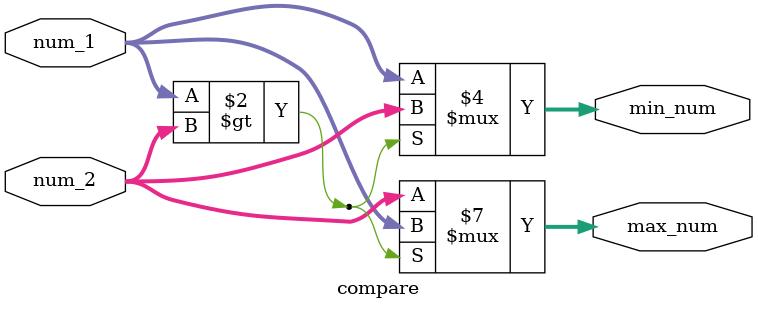
<source format=v>
module CC(
	in_n0,
	in_n1, 
	in_n2, 
	in_n3, 
	opt,
	out_n
);

input wire signed [3:0] in_n0, in_n1, in_n2, in_n3;
input wire [2:0] opt;
output reg signed [8:0] out_n;

reg signed [5:0] n0, n1, n2, n3;				// Input for RM stage, using 6-bit to avoid over flow
reg signed [8:0] ar_n0, ar_n1, ar_n2, ar_n3;	// Input for AR stage, using 8-bit to avoid over flow 		

wire signed [3:0] sort_n0, sort_n1, sort_n2, sort_n3; // Result after Sort Stage, n0>>>n3
wire signed [5:0] rm_n0, rm_n1, rm_n2, rm_n3;	// Result after RM stage, using 6-bit to avoid over flowm


Sort sort_0(
	in_n0, in_n1, in_n2, in_n3, 
	sort_n0, sort_n1, sort_n2,sort_n3	
);

Reduce_mean rm_0(
	n0, n1, n2, n3,
	rm_n0, rm_n1, rm_n2, rm_n3
);


// Select sorting output
always @(*) begin
	case (opt[0])
		1'b0: begin
			n0 <= in_n0;
			n1 <= in_n1;
			n2 <= in_n2;
			n3 <= in_n3;
		end
		1'b1: begin
			n0 <= sort_n0;
			n1 <= sort_n1;
			n2 <= sort_n2;
			n3 <= sort_n3;			
		end
	endcase
end

// Select reduce mean
always @(*) begin
	case (opt[1])
		1'b0: begin
			ar_n0 <= n0;
			ar_n1 <= n1;
			ar_n2 <= n2;
			ar_n3 <= n3;	
		end
		1'b1: begin
			ar_n0 <= rm_n0;
			ar_n1 <= rm_n1;
			ar_n2 <= rm_n2;
			ar_n3 <= rm_n3;				
		end
	endcase
end

// Select arithmatic op
always @(*) begin
	case (opt[2])
		1'b0: begin
			out_n = (ar_n3 + ar_n2) * ar_n1;
		end
		1'b1: begin
			out_n = (2 * ar_n1 * ar_n0) + ar_n3;
		end
	endcase
end


endmodule


module Reduce_mean (
	n0, n1, n2, n3,
	rm_n0, rm_n1, rm_n2, rm_n3
);

input wire signed [5:0] n0, n1, n2, n3;	// Using 6-bit to avoid over flow
output reg signed [5:0] rm_n0, rm_n1, rm_n2, rm_n3;

reg signed [5:0] mean;

always @(*) begin
	mean = (n0 + n1 + n2 + n3);

	if (mean >= 0) begin
		mean = mean >>> 2;
	end else begin
		mean = -mean;
		mean = mean >>> 2;
		mean = -mean;
	end

	rm_n0 <= n0 - mean;
	rm_n1 <= n1 - mean;
	rm_n2 <= n2 - mean;
	rm_n3 <= n3 - mean;
end

endmodule

module Sort (
	in_n0, in_n1, in_n2, in_n3, 
	sort_n0, sort_n1, sort_n2, sort_n3	
);

input signed [3:0] in_n0, in_n1, in_n2, in_n3;
output signed [3:0] sort_n0, sort_n1, sort_n2, sort_n3;

wire [1:0] max_idx, min_idx;
wire [3:0] temp_max[0:1], temp_min[0:1], mux_num_out_0[0:2], mux_num_out_1[0:1];
wire [1:0] temp_max_idx[0:1], temp_min_idx[0:1], mux_idx_out_0[0:2], mux_idx_out_1[0:1];


// Sorting module
max max_0(in_n0, in_n1, 2'b00, 2'b01, temp_max[0], temp_max_idx[0]);
max max_1(temp_max[0], in_n2, temp_max_idx[0], 2'b10, temp_max[1], temp_max_idx[1]);
max max_2(temp_max[1], in_n3, temp_max_idx[1], 2'b11, sort_n0, max_idx);

min min_0(in_n0, in_n1, 2'b00, 2'b01, temp_min[0], temp_min_idx[0]);
min min_1(temp_min[0], in_n2, temp_min_idx[0], 2'b10, temp_min[1], temp_min_idx[1]);
min min_2(temp_min[1], in_n3, temp_min_idx[1], 2'b11, sort_n3, min_idx);

mux_4_3 mux_4_3_0(
				{in_n0, in_n1, in_n2, in_n3}, 
				{2'b00, 2'b01, 2'b10, 2'b11},
				max_idx, 
				{mux_num_out_0[0], mux_num_out_0[1], mux_num_out_0[2]},
				{mux_idx_out_0[0], mux_idx_out_0[1], mux_idx_out_0[2]}
				); 

mux_3_2 mux_3_2_0(
				{mux_num_out_0[0], mux_num_out_0[1], mux_num_out_0[2]},
				{mux_idx_out_0[0], mux_idx_out_0[1], mux_idx_out_0[2]},
				min_idx, 
				{mux_num_out_1[0], mux_num_out_1[1]},
				{mux_idx_out_1[0], mux_idx_out_1[1]}
				);

compare compare_0(mux_num_out_1[0], mux_num_out_1[1], sort_n1, sort_n2);

endmodule



module mux_4_3 (
		num,
		idx,
		sel_idx,
		num_out,
		idx_out
	);

input wire [15:0] num;
input wire [7:0] idx;
input wire [1:0] sel_idx;

wire [3:0] temp_num [0:3];
wire [1:0] temp_idx [0:3];

output reg [11:0] num_out; // Packing 3 4-bit num into a 12-bit array, num[0:2]
output reg [5:0] idx_out; // Packing 3 2-bit idx into a 6-bit array, idx[0:2]

// Unpacking
assign {temp_num[0], temp_num[1], temp_num[2], temp_num[3]} = num;
assign {temp_idx[0], temp_idx[1], temp_idx[2], temp_idx[3]} = idx;

always @(*) begin
	if (sel_idx == temp_idx[0]) begin
		num_out <= {temp_num[1], temp_num[2], temp_num[3]};
		idx_out <= {temp_idx[1], temp_idx[2], temp_idx[3]};
	end else if (sel_idx == temp_idx[1]) begin
		num_out <= {temp_num[0], temp_num[2], temp_num[3]};
		idx_out <= {temp_idx[0], temp_idx[2], temp_idx[3]};
	end else if (sel_idx == temp_idx[2]) begin
		num_out <= {temp_num[0], temp_num[1], temp_num[3]};
		idx_out <= {temp_idx[0], temp_idx[1], temp_idx[3]};
	end else begin
		num_out <= {temp_num[0], temp_num[1], temp_num[2]};
		idx_out <= {temp_idx[0], temp_idx[1], temp_idx[2]};
	end	
end

endmodule

module mux_3_2 (
		num,
		idx,
		sel_idx,
		num_out,
		idx_out
	);

input wire [11:0] num;
input wire [5:0] idx;
input wire [1:0] sel_idx;

wire [3:0] temp_num [0:2];
wire [1:0] temp_idx [0:2];

output reg [7:0] num_out; // Packing 3 4-bit num into a 12-bit array, num[0:2]
output reg [3:0] idx_out; // Packing 3 2-bit idx into a 6-bit array, idx[0:2]

// Unpacking
assign {temp_num[0], temp_num[1], temp_num[2]} = num;
assign {temp_idx[0], temp_idx[1], temp_idx[2]} = idx;

always @(*) begin
	if (sel_idx == temp_idx[0]) begin
		num_out <= {temp_num[1], temp_num[2]};
		idx_out <= {temp_idx[1], temp_idx[2]};
	end else if (sel_idx == temp_idx[1]) begin
		num_out <= {temp_num[0], temp_num[2]};
		idx_out <= {temp_idx[0], temp_idx[2]};
	end else begin
		num_out <= {temp_num[0], temp_num[1]};
		idx_out <= {temp_idx[0], temp_idx[1]};
	end	
end


endmodule
	

module max (
	num_1,
	num_2,
	idx_1,
	idx_2,
	max_num,
	max_idx
	);

input signed [3:0] num_1, num_2;
input wire [1:0] idx_1, idx_2;
output reg signed [3:0] max_num;
output reg [1:0] max_idx;


always @(*) begin
	if (num_1 > num_2) begin
		max_num <= num_1;
		max_idx <= idx_1;
	end else begin
		max_num <= num_2;
		max_idx <= idx_2;	
	end
end

endmodule


module min (
	num_1,
	num_2,
	idx_1,
	idx_2,
	min_num,
	min_idx
	);

input signed [3:0] num_1, num_2;
input wire [1:0] idx_1, idx_2;
output reg signed [3:0] min_num;
output reg [1:0] min_idx;

always @(*) begin
	if (num_1 > num_2) begin
		min_num <= num_2;
		min_idx <= idx_2;
	end else begin
		min_num <= num_1;
		min_idx <= idx_1;	
	end
end


endmodule

module compare (
		num_1,
		num_2,
		max_num,
		min_num
	);

input wire signed [3:0] num_1, num_2;
output reg signed [3:0] max_num, min_num;


always @(*) begin
	if (num_1 > num_2) begin
		max_num <= num_1;
		min_num <= num_2;
	end else begin
		max_num <= num_2;
		min_num <= num_1;
	end
end
endmodule


</source>
